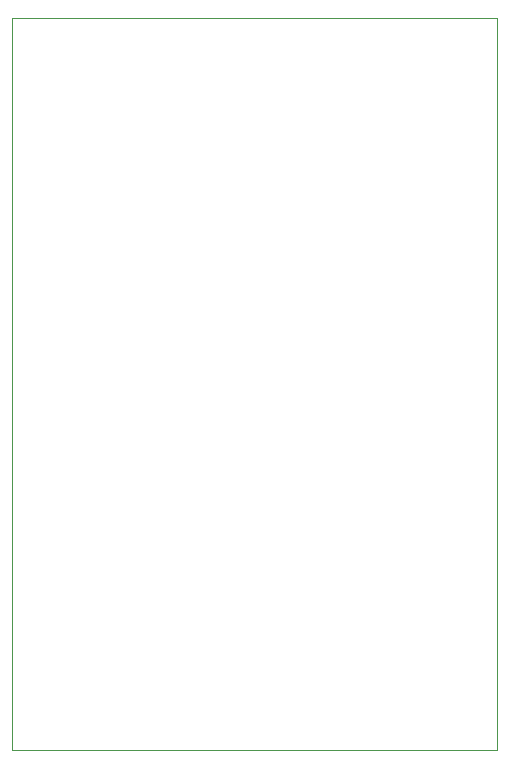
<source format=gbr>
%TF.GenerationSoftware,KiCad,Pcbnew,9.0.0*%
%TF.CreationDate,2025-02-21T00:47:10+00:00*%
%TF.ProjectId,hackpadtrollface,6861636b-7061-4647-9472-6f6c6c666163,rev?*%
%TF.SameCoordinates,Original*%
%TF.FileFunction,Profile,NP*%
%FSLAX46Y46*%
G04 Gerber Fmt 4.6, Leading zero omitted, Abs format (unit mm)*
G04 Created by KiCad (PCBNEW 9.0.0) date 2025-02-21 00:47:10*
%MOMM*%
%LPD*%
G01*
G04 APERTURE LIST*
%TA.AperFunction,Profile*%
%ADD10C,0.050000*%
%TD*%
G04 APERTURE END LIST*
D10*
X96600000Y-32700000D02*
X137600000Y-32700000D01*
X137600000Y-94700000D01*
X96600000Y-94700000D01*
X96600000Y-32700000D01*
M02*

</source>
